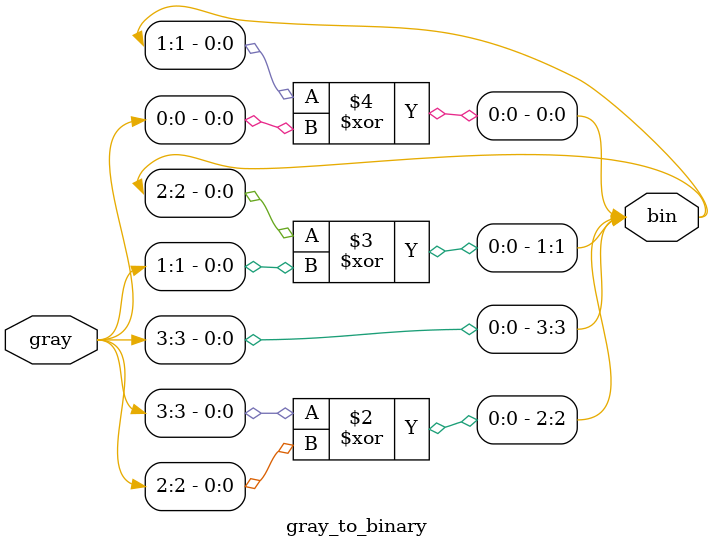
<source format=v>

module gray_to_binary (
    input [3:0] gray,
    output reg [3:0] bin
);

always @* begin
    bin[3] = gray[3];
    bin[2] = gray[3] ^ gray[2];
    bin[1] = bin[2] ^ gray[1];
    bin[0] = bin[1] ^ gray[0];
end

endmodule

</source>
